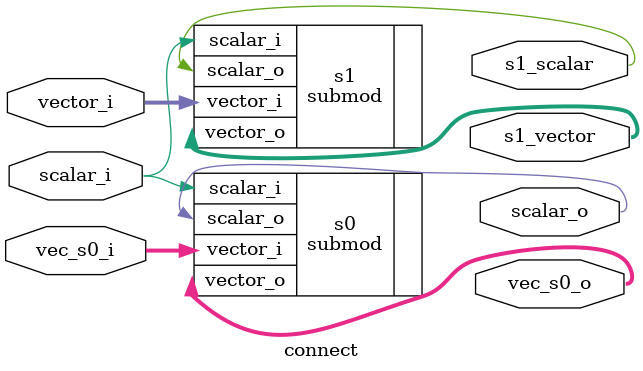
<source format=v>

module connect (
      output wire  s1_scalar
    , output wire [15:0] s1_vector
    , input wire  scalar_i
    , output wire  scalar_o
    , input wire [15:0] vec_s0_i
    , output wire [15:0] vec_s0_o
    , input wire [15:0] vector_i
);

//|@Wires;

//|@Instance submod s0
//|    -connect /^vector_/ vec_s0_
//|;
submod s0 (
 .scalar_i(scalar_i)
,.scalar_o(scalar_o)
,.vector_i(vec_s0_i[15:0])
,.vector_o(vec_s0_o[15:0])
);

//

//|@Instance submod s1
//|    -connect (.*)_o s1_${1}
//|;
submod s1 (
 .scalar_i(scalar_i)
,.scalar_o(s1_scalar)
,.vector_i(vector_i[15:0])
,.vector_o(s1_vector[15:0])
);

endmodule

</source>
